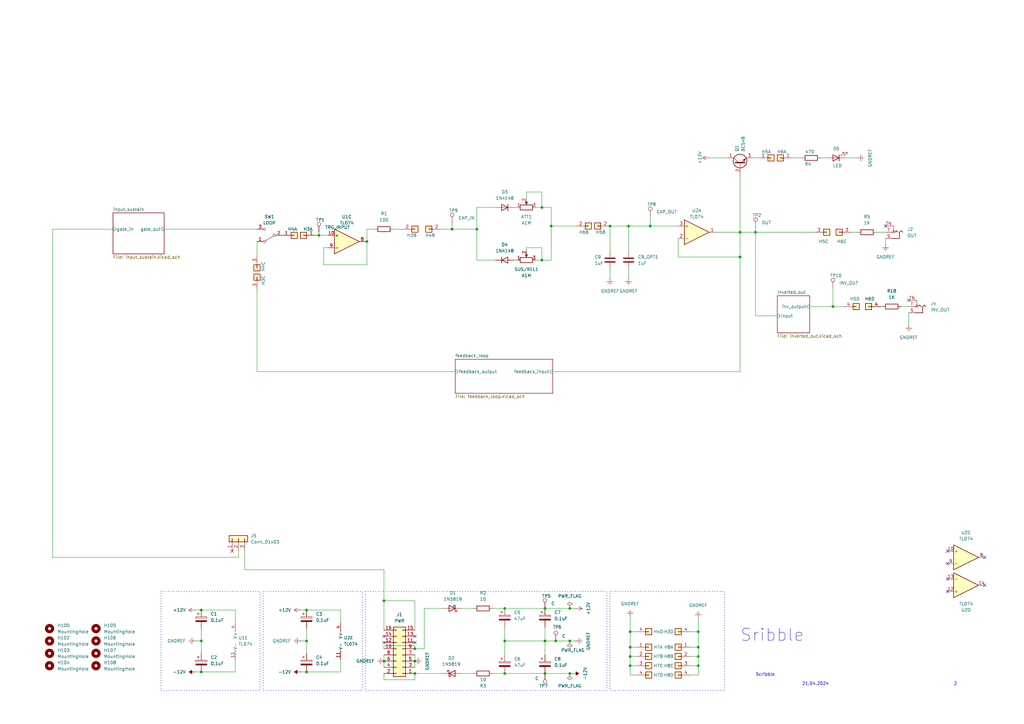
<source format=kicad_sch>
(kicad_sch (version 20231120) (generator "eeschema") (generator_version "8.0")
  (paper "A3")
  (lib_symbols
    (symbol "Amplifier_Operational:TL074" (pin_names (offset 0.127))
      (property "Reference" "U" (at 0 5.08 0))
      (property "Value" "TL074" (at 0 -5.08 0))
      (symbol "TL074_1_1"
        (pin output line (at 7.62 0 180) (length 2.54) (name "~") (number "1"))
        (pin input line (at -7.62 -2.54 0) (length 2.54) (name "-") (number "2"))
        (pin input line (at -7.62 2.54 0) (length 2.54) (name "+") (number "3"))
      )
      (symbol "TL074_2_1"
        (pin input line (at -7.62 2.54 0) (length 2.54) (name "+") (number "5"))
        (pin input line (at -7.62 -2.54 0) (length 2.54) (name "-") (number "6"))
        (pin output line (at 7.62 0 180) (length 2.54) (name "~") (number "7"))
      )
      (symbol "TL074_3_1"
        (pin input line (at -7.62 2.54 0) (length 2.54) (name "+") (number "10"))
        (pin output line (at 7.62 0 180) (length 2.54) (name "~") (number "8"))
        (pin input line (at -7.62 -2.54 0) (length 2.54) (name "-") (number "9"))
      )
      (symbol "TL074_4_1"
        (pin input line (at -7.62 2.54 0) (length 2.54) (name "+") (number "12"))
        (pin input line (at -7.62 -2.54 0) (length 2.54) (name "-") (number "13"))
        (pin output line (at 7.62 0 180) (length 2.54) (name "~") (number "14"))
      )
      (symbol "TL074_5_1"
        (pin power_in line (at -2.54 -7.62 90) (length 3.81) (name "V-") (number "11"))
        (pin power_in line (at -2.54 7.62 270) (length 3.81) (name "V+") (number "4"))
      )
    )
    (symbol "Connector:TestPoint" (pin_numbers hide) (pin_names (offset 0.762) hide)
      (property "Reference" "TP" (at 0 6.858 0))
      (property "Value" "TestPoint" (at 0 5.08 0))
      (symbol "TestPoint_1_1"
        (pin passive line (at 0 0 90) (length 2.54) (name "1") (number "1"))
      )
    )
    (symbol "Connector_Generic:Conn_01x03" (pin_names (offset 1.016) hide)
      (property "Reference" "J" (at 0 5.08 0))
      (property "Value" "Conn_01x03" (at 0 -5.08 0))
      (symbol "Conn_01x03_1_1"
        (pin passive line (at -5.08 2.54 0) (length 3.81) (name "Pin_1") (number "1"))
        (pin passive line (at -5.08 0 0) (length 3.81) (name "Pin_2") (number "2"))
        (pin passive line (at -5.08 -2.54 0) (length 3.81) (name "Pin_3") (number "3"))
      )
    )
    (symbol "Device:C_Polarized" (pin_numbers hide) (pin_names (offset 0.254))
      (property "Reference" "C" (at 0.635 2.54 0))
      (property "Value" "C_Polarized" (at 0.635 -2.54 0))
      (symbol "C_Polarized_1_1"
        (pin passive line (at 0 3.81 270) (length 2.794) (name "~") (number "1"))
        (pin passive line (at 0 -3.81 90) (length 2.794) (name "~") (number "2"))
      )
    )
    (symbol "Device:LED" (pin_numbers hide) (pin_names (offset 1.016) hide)
      (property "Reference" "D" (at 0 2.54 0))
      (property "Value" "LED" (at 0 -2.54 0))
      (symbol "LED_1_1"
        (pin passive line (at -3.81 0 0) (length 2.54) (name "K") (number "1"))
        (pin passive line (at 3.81 0 180) (length 2.54) (name "A") (number "2"))
      )
    )
    (symbol "Mechanical:MountingHole" (pin_names (offset 1.016)) (exclude_from_sim yes) (in_bom no)
      (property "Reference" "H" (at 0 5.08 0))
      (property "Value" "MountingHole" (at 0 3.175 0))
    )
    (symbol "Transistor_BJT:BC548" (pin_names (offset 0) hide)
      (property "Reference" "Q" (at 5.08 1.905 0))
      (property "Value" "BC548" (at 5.08 0 0))
      (symbol "BC548_1_1"
        (pin passive line (at 2.54 5.08 270) (length 2.54) (name "C") (number "1"))
        (pin input line (at -5.08 0 0) (length 5.08) (name "B") (number "2"))
        (pin passive line (at 2.54 -5.08 90) (length 2.54) (name "E") (number "3"))
      )
    )
    (symbol "power:+12V" (power) (pin_numbers hide) (pin_names (offset 0) hide)
      (property "Value" "+12V" (at 0 3.556 0))
      (symbol "+12V_1_1"
        (pin power_in line (at 0 0 90) (length 0) (name "~") (number "1"))
      )
    )
    (symbol "power:-12V" (power) (pin_numbers hide) (pin_names (offset 0) hide)
      (property "Value" "-12V" (at 0 3.556 0))
      (symbol "-12V_0_0"
        (pin power_in line (at 0 0 90) (length 0) (name "~") (number "1"))
      )
    )
    (symbol "power:GNDREF" (power) (pin_numbers hide) (pin_names (offset 0) hide)
      (property "Value" "GNDREF" (at 0 -3.81 0))
      (symbol "GNDREF_1_1"
        (pin power_in line (at 0 0 270) (length 0) (name "~") (number "1"))
      )
    )
    (symbol "power:PWR_FLAG" (power) (pin_numbers hide) (pin_names (offset 0) hide)
      (property "Value" "PWR_FLAG" (at 0 3.81 0))
      (symbol "PWR_FLAG_0_0"
        (pin power_out line (at 0 0 90) (length 0) (name "~") (number "1"))
      )
    )
    (symbol "synth:AudioJack_Mono_3.5mm"
      (property "Reference" "J" (at 0 8.89 0))
      (property "Value" "AudioJack_Mono_3.5mm" (at 0 6.35 0))
      (symbol "AudioJack_Mono_3.5mm_1_1"
        (pin passive line (at 5.08 2.54 180) (length 2.54) (name "~") (number "S"))
        (pin passive line (at 5.08 0 180) (length 2.54) (name "~") (number "T"))
        (pin passive line (at 5.08 -2.54 180) (length 2.54) (name "~") (number "TN"))
      )
    )
    (symbol "synth:C_1uF (MKS)" (pin_numbers hide) (pin_names (offset 0.254))
      (property "Reference" "C" (at 3.048 1.016 0))
      (property "Value" "C_1uF (MKS)" (at 3.048 -1.016 0))
      (symbol "C_1uF (MKS)_1_1"
        (pin passive line (at 0 3.81 270) (length 2.794) (name "~") (number "1"))
        (pin passive line (at 0 -3.81 90) (length 2.794) (name "~") (number "2"))
      )
    )
    (symbol "synth:Conn_02x08_EuroRack_Power" (pin_names (offset 1.016) hide)
      (property "Reference" "J3" (at 1.27 -17.526 0))
      (property "Value" "PWR" (at 1.27 -13.97 0))
      (symbol "Conn_02x08_EuroRack_Power_1_1"
        (pin passive line (at -5.08 7.62 0) (length 3.81) (name "-12V") (number "1"))
        (pin passive line (at 7.62 -2.54 180) (length 3.81) (name "+12V") (number "10"))
        (pin passive line (at -5.08 -5.08 0) (length 3.81) (name "+5V") (number "11"))
        (pin passive line (at 7.62 -5.08 180) (length 3.81) (name "+5V") (number "12"))
        (pin passive line (at -5.08 -7.62 0) (length 3.81) (name "CV") (number "13"))
        (pin passive line (at 7.62 -7.62 180) (length 3.81) (name "CV") (number "14"))
        (pin passive line (at -5.08 -10.16 0) (length 3.81) (name "GATE") (number "15"))
        (pin passive line (at 7.62 -10.16 180) (length 3.81) (name "GATE") (number "16"))
        (pin passive line (at 7.62 7.62 180) (length 3.81) (name "-12V") (number "2"))
        (pin passive line (at -5.08 5.08 0) (length 3.81) (name "GND") (number "3"))
        (pin passive line (at 7.62 5.08 180) (length 3.81) (name "GND") (number "4"))
        (pin passive line (at -5.08 2.54 0) (length 3.81) (name "GND") (number "5"))
        (pin passive line (at 7.62 2.54 180) (length 3.81) (name "GND") (number "6"))
        (pin passive line (at -5.08 0 0) (length 3.81) (name "GND") (number "7"))
        (pin passive line (at 7.62 0 180) (length 3.81) (name "GND") (number "8"))
        (pin passive line (at -5.08 -2.54 0) (length 3.81) (name "+12V") (number "9"))
      )
    )
    (symbol "synth:D_Schottky (1N5819)" (pin_numbers hide) (pin_names (offset 1.016) hide)
      (property "Reference" "D" (at 0 2.54 0))
      (property "Value" "1N5819" (at 0 -2.54 0))
      (symbol "D_Schottky (1N5819)_1_1"
        (pin passive line (at -3.81 0 0) (length 2.54) (name "K") (number "1"))
        (pin passive line (at 3.81 0 180) (length 2.54) (name "A") (number "2"))
      )
    )
    (symbol "synth:D_Signal (1N4148)" (pin_numbers hide) (pin_names hide)
      (property "Reference" "D" (at 0 2.54 0))
      (property "Value" "1N4148" (at 0 -2.54 0))
      (symbol "D_Signal (1N4148)_1_1"
        (pin passive line (at -3.81 0 0) (length 2.54) (name "K") (number "1"))
        (pin passive line (at 3.81 0 180) (length 2.54) (name "A") (number "2"))
      )
    )
    (symbol "synth:PinHeader_01x04" (pin_names (offset 1.016) hide)
      (property "Reference" "J" (at 0 2.54 0))
      (property "Value" "PinHeader_01x04" (at 0 -2.54 0))
      (symbol "PinHeader_01x04_1_1"
        (pin passive line (at -5.08 0 0) (length 3.81) (name "Pin_1") (number "1"))
      )
      (symbol "PinHeader_01x04_2_1"
        (pin passive line (at -5.08 0 0) (length 3.81) (name "Pin_2") (number "2"))
      )
      (symbol "PinHeader_01x04_3_1"
        (pin passive line (at -5.08 0 0) (length 3.81) (name "Pin_3") (number "3"))
      )
      (symbol "PinHeader_01x04_4_1"
        (pin passive line (at -5.08 0 0) (length 3.81) (name "Pin_4") (number "4"))
      )
    )
    (symbol "synth:PinSocket_01x04" (pin_names (offset 1.016) hide)
      (property "Reference" "J" (at 0 2.54 0))
      (property "Value" "PinSocket_01x04" (at 0 -2.54 0))
      (symbol "PinSocket_01x04_1_1"
        (pin passive line (at -5.08 0 0) (length 3.81) (name "Pin_1") (number "1"))
      )
      (symbol "PinSocket_01x04_2_1"
        (pin passive line (at -5.08 0 0) (length 3.81) (name "Pin_2") (number "2"))
      )
      (symbol "PinSocket_01x04_3_1"
        (pin passive line (at -5.08 0 0) (length 3.81) (name "Pin_3") (number "3"))
      )
      (symbol "PinSocket_01x04_4_1"
        (pin passive line (at -5.08 0 0) (length 3.81) (name "Pin_4") (number "4"))
      )
    )
    (symbol "synth:R_Default" (pin_numbers hide) (pin_names (offset 0))
      (property "Reference" "R" (at -2.032 0 90))
      (property "Value" "R1" (at 2.032 0 90))
      (symbol "R_Default_1_1"
        (pin passive line (at 0 -3.81 90) (length 1.27) (name "~") (number "1"))
        (pin passive line (at 0 3.81 270) (length 1.27) (name "~") (number "2"))
      )
    )
    (symbol "synth:R_Potentiometer (P0915N)" (pin_names (offset 1.016) hide)
      (property "Reference" "RV" (at -4.445 0 90))
      (property "Value" "R_Potentiometer" (at -2.54 0 90))
      (symbol "R_Potentiometer (P0915N)_1_1"
        (pin passive line (at 0 3.81 270) (length 1.27) (name "1") (number "1"))
        (pin passive line (at 3.81 0 180) (length 1.27) (name "2") (number "2"))
        (pin passive line (at 0 -3.81 90) (length 1.27) (name "3") (number "3"))
      )
    )
    (symbol "synth:SW_SPDT" (pin_names (offset 0) hide)
      (property "Reference" "SW" (at 0 5.08 0))
      (property "Value" "SW_SPDT" (at 0 -5.08 0))
      (symbol "SW_SPDT_1_1"
        (pin passive line (at 5.08 2.54 180) (length 2.54) (name "A") (number "1"))
        (pin passive line (at -5.08 0 0) (length 2.54) (name "B") (number "2"))
        (pin passive line (at 5.08 -2.54 180) (length 2.54) (name "C") (number "3"))
      )
    )
  )
  (junction (at 130.81 96.52))
  (junction (at 286.385 273.05))
  (junction (at 82.55 262.89))
  (junction (at 258.445 259.08))
  (junction (at 257.81 92.71))
  (junction (at 250.19 92.71))
  (junction (at 125.73 262.89))
  (junction (at 207.01 262.89))
  (junction (at 195.58 93.98))
  (junction (at 233.68 276.225))
  (junction (at 82.55 275.59))
  (junction (at 223.52 262.89))
  (junction (at 157.48 271.145))
  (junction (at 233.68 249.555))
  (junction (at 223.52 249.555))
  (junction (at 170.18 276.225))
  (junction (at 185.42 93.98))
  (junction (at 258.445 265.43))
  (junction (at 286.385 265.43))
  (junction (at 258.445 273.05))
  (junction (at 157.48 246.38))
  (junction (at 258.445 269.24))
  (junction (at 170.18 266.065))
  (junction (at 266.7 92.71))
  (junction (at 207.01 249.555))
  (junction (at 170.18 271.145))
  (junction (at 125.73 275.59))
  (junction (at 286.385 259.08))
  (junction (at 82.55 250.19))
  (junction (at 303.53 95.25))
  (junction (at 227.965 262.89))
  (junction (at 226.06 92.71))
  (junction (at 309.88 95.25))
  (junction (at 207.01 276.225))
  (junction (at 341.63 125.73))
  (junction (at 233.68 262.89))
  (junction (at 286.385 269.24))
  (junction (at 150.495 99.06))
  (junction (at 222.25 85.09))
  (junction (at 222.25 106.68))
  (junction (at 223.52 276.225))
  (junction (at 303.53 105.41))
  (junction (at 125.73 250.19))
  (no_connect (at 403.86 228.6))
  (no_connect (at 157.48 260.985))
  (no_connect (at 157.48 263.525))
  (no_connect (at 170.18 260.985))
  (no_connect (at 403.86 240.03))
  (no_connect (at 363.22 92.71))
  (no_connect (at 388.62 231.14))
  (no_connect (at 95.25 226.06))
  (no_connect (at 388.62 226.06))
  (no_connect (at 372.745 123.19))
  (no_connect (at 388.62 237.49))
  (no_connect (at 170.18 263.525))
  (no_connect (at 388.62 242.57))
  (wire (pts (xy 139.7 270.51) (xy 139.7 275.59)))
  (wire (pts (xy 195.58 106.68) (xy 195.58 93.98)))
  (wire (pts (xy 170.18 278.765) (xy 170.18 276.225)))
  (wire (pts (xy 132.715 108.585) (xy 150.495 108.585)))
  (wire (pts (xy 105.41 118.745) (xy 105.41 152.4)))
  (wire (pts (xy 257.81 110.49) (xy 257.81 114.3)))
  (wire (pts (xy 96.52 250.19) (xy 96.52 255.27)))
  (wire (pts (xy 341.63 125.73) (xy 346.075 125.73)))
  (wire (pts (xy 82.55 257.81) (xy 82.55 262.89)))
  (wire (pts (xy 185.42 93.98) (xy 195.58 93.98)))
  (wire (pts (xy 123.19 275.59) (xy 125.73 275.59)))
  (wire (pts (xy 173.99 249.555) (xy 181.61 249.555)))
  (wire (pts (xy 130.81 96.52) (xy 129.54 96.52)))
  (wire (pts (xy 46.355 93.98) (xy 21.59 93.98)))
  (wire (pts (xy 278.13 105.41) (xy 303.53 105.41)))
  (wire (pts (xy 309.88 95.25) (xy 309.88 129.54)))
  (wire (pts (xy 286.385 269.24) (xy 283.21 269.24)))
  (wire (pts (xy 258.445 259.08) (xy 258.445 265.43)))
  (wire (pts (xy 222.25 106.68) (xy 219.71 106.68)))
  (wire (pts (xy 266.7 92.71) (xy 278.13 92.71)))
  (wire (pts (xy 226.06 106.68) (xy 222.25 106.68)))
  (wire (pts (xy 286.385 259.08) (xy 283.21 259.08)))
  (wire (pts (xy 258.445 269.24) (xy 260.985 269.24)))
  (wire (pts (xy 170.18 264.795) (xy 157.48 264.795)))
  (wire (pts (xy 170.18 266.065) (xy 170.18 264.795)))
  (wire (pts (xy 132.715 101.6) (xy 134.62 101.6)))
  (wire (pts (xy 332.105 125.73) (xy 341.63 125.73)))
  (wire (pts (xy 170.18 268.605) (xy 170.18 271.145)))
  (wire (pts (xy 219.71 85.09) (xy 222.25 85.09)))
  (wire (pts (xy 250.19 110.49) (xy 250.19 114.3)))
  (wire (pts (xy 293.37 95.25) (xy 303.53 95.25)))
  (wire (pts (xy 130.81 96.52) (xy 130.81 95.25)))
  (wire (pts (xy 290.83 64.77) (xy 298.45 64.77)))
  (wire (pts (xy 325.12 64.77) (xy 328.93 64.77)))
  (wire (pts (xy 215.9 78.74) (xy 222.25 78.74)))
  (wire (pts (xy 132.715 101.6) (xy 132.715 108.585)))
  (wire (pts (xy 125.73 257.81) (xy 125.73 262.89)))
  (wire (pts (xy 125.73 262.89) (xy 125.73 267.97)))
  (wire (pts (xy 258.445 252.73) (xy 258.445 259.08)))
  (wire (pts (xy 309.88 95.25) (xy 334.01 95.25)))
  (wire (pts (xy 21.59 93.98) (xy 21.59 228.6)))
  (wire (pts (xy 223.52 249.555) (xy 233.68 249.555)))
  (wire (pts (xy 195.58 106.68) (xy 203.2 106.68)))
  (wire (pts (xy 351.79 64.77) (xy 346.71 64.77)))
  (wire (pts (xy 303.53 95.25) (xy 303.53 105.41)))
  (wire (pts (xy 82.55 262.89) (xy 82.55 267.97)))
  (wire (pts (xy 341.63 118.11) (xy 341.63 125.73)))
  (wire (pts (xy 223.52 262.89) (xy 227.965 262.89)))
  (wire (pts (xy 157.48 276.225) (xy 157.48 278.765)))
  (wire (pts (xy 309.88 129.54) (xy 318.77 129.54)))
  (wire (pts (xy 105.41 99.06) (xy 105.41 104.775)))
  (wire (pts (xy 150.495 99.06) (xy 150.495 93.98)))
  (wire (pts (xy 215.9 101.6) (xy 215.9 102.87)))
  (wire (pts (xy 130.81 96.52) (xy 134.62 96.52)))
  (wire (pts (xy 161.29 93.98) (xy 165.1 93.98)))
  (wire (pts (xy 258.445 269.24) (xy 258.445 273.05)))
  (wire (pts (xy 189.23 276.225) (xy 194.31 276.225)))
  (wire (pts (xy 170.18 271.145) (xy 170.18 273.685)))
  (wire (pts (xy 363.22 97.79) (xy 363.22 100.33)))
  (wire (pts (xy 139.7 250.19) (xy 139.7 255.27)))
  (wire (pts (xy 207.01 257.175) (xy 207.01 262.89)))
  (wire (pts (xy 258.445 273.05) (xy 258.445 276.86)))
  (wire (pts (xy 149.86 99.06) (xy 150.495 99.06)))
  (wire (pts (xy 125.73 262.89) (xy 123.19 262.89)))
  (wire (pts (xy 150.495 93.98) (xy 153.67 93.98)))
  (wire (pts (xy 286.385 276.86) (xy 283.21 276.86)))
  (wire (pts (xy 233.68 276.225) (xy 234.95 276.225)))
  (wire (pts (xy 226.695 152.4) (xy 303.53 152.4)))
  (wire (pts (xy 82.55 262.89) (xy 80.01 262.89)))
  (wire (pts (xy 215.9 78.74) (xy 215.9 81.28)))
  (wire (pts (xy 100.33 233.68) (xy 157.48 233.68)))
  (wire (pts (xy 125.73 275.59) (xy 139.7 275.59)))
  (wire (pts (xy 207.01 249.555) (xy 223.52 249.555)))
  (wire (pts (xy 157.48 268.605) (xy 157.48 271.145)))
  (wire (pts (xy 82.55 250.19) (xy 96.52 250.19)))
  (wire (pts (xy 286.385 253.365) (xy 286.385 259.08)))
  (wire (pts (xy 286.385 269.24) (xy 286.385 273.05)))
  (wire (pts (xy 185.42 91.44) (xy 185.42 93.98)))
  (wire (pts (xy 309.88 93.345) (xy 309.88 95.25)))
  (wire (pts (xy 180.975 93.98) (xy 185.42 93.98)))
  (wire (pts (xy 233.68 262.89) (xy 236.22 262.89)))
  (wire (pts (xy 226.06 92.71) (xy 226.06 106.68)))
  (wire (pts (xy 21.59 228.6) (xy 97.79 228.6)))
  (wire (pts (xy 227.965 262.89) (xy 233.68 262.89)))
  (wire (pts (xy 372.745 128.27) (xy 372.745 133.35)))
  (wire (pts (xy 80.01 275.59) (xy 82.55 275.59)))
  (wire (pts (xy 236.22 92.71) (xy 226.06 92.71)))
  (wire (pts (xy 369.57 125.73) (xy 372.745 125.73)))
  (wire (pts (xy 226.06 85.09) (xy 226.06 92.71)))
  (wire (pts (xy 173.99 249.555) (xy 173.99 266.065)))
  (wire (pts (xy 361.315 125.73) (xy 361.95 125.73)))
  (wire (pts (xy 195.58 85.09) (xy 203.2 85.09)))
  (wire (pts (xy 100.33 226.06) (xy 100.33 233.68)))
  (wire (pts (xy 349.25 95.25) (xy 351.79 95.25)))
  (wire (pts (xy 210.82 106.68) (xy 212.09 106.68)))
  (wire (pts (xy 210.82 85.09) (xy 212.09 85.09)))
  (wire (pts (xy 215.9 101.6) (xy 222.25 101.6)))
  (wire (pts (xy 170.18 276.225) (xy 181.61 276.225)))
  (wire (pts (xy 201.93 276.225) (xy 207.01 276.225)))
  (wire (pts (xy 258.445 276.86) (xy 260.985 276.86)))
  (wire (pts (xy 286.385 265.43) (xy 283.21 265.43)))
  (wire (pts (xy 222.25 101.6) (xy 222.25 106.68)))
  (wire (pts (xy 201.93 249.555) (xy 207.01 249.555)))
  (wire (pts (xy 207.01 276.225) (xy 223.52 276.225)))
  (wire (pts (xy 222.25 78.74) (xy 222.25 85.09)))
  (wire (pts (xy 97.79 228.6) (xy 97.79 226.06)))
  (wire (pts (xy 283.21 273.05) (xy 286.385 273.05)))
  (wire (pts (xy 223.52 276.225) (xy 233.68 276.225)))
  (wire (pts (xy 233.68 249.555) (xy 236.22 249.555)))
  (wire (pts (xy 157.48 271.145) (xy 157.48 273.685)))
  (wire (pts (xy 105.41 152.4) (xy 186.69 152.4)))
  (wire (pts (xy 157.48 278.765) (xy 170.18 278.765)))
  (wire (pts (xy 123.19 250.19) (xy 125.73 250.19)))
  (wire (pts (xy 82.55 275.59) (xy 96.52 275.59)))
  (wire (pts (xy 278.13 97.79) (xy 278.13 105.41)))
  (wire (pts (xy 170.18 258.445) (xy 170.18 246.38)))
  (wire (pts (xy 207.01 262.89) (xy 223.52 262.89)))
  (wire (pts (xy 189.23 249.555) (xy 194.31 249.555)))
  (wire (pts (xy 195.58 85.09) (xy 195.58 93.98)))
  (wire (pts (xy 303.53 95.25) (xy 309.88 95.25)))
  (wire (pts (xy 96.52 270.51) (xy 96.52 275.59)))
  (wire (pts (xy 157.48 246.38) (xy 170.18 246.38)))
  (wire (pts (xy 223.52 262.89) (xy 223.52 268.605)))
  (wire (pts (xy 173.99 266.065) (xy 170.18 266.065)))
  (wire (pts (xy 286.385 265.43) (xy 286.385 269.24)))
  (wire (pts (xy 258.445 265.43) (xy 260.985 265.43)))
  (wire (pts (xy 125.73 250.19) (xy 139.7 250.19)))
  (wire (pts (xy 223.52 257.175) (xy 223.52 262.89)))
  (wire (pts (xy 286.385 259.08) (xy 286.385 265.43)))
  (wire (pts (xy 250.19 92.71) (xy 257.81 92.71)))
  (wire (pts (xy 257.81 92.71) (xy 266.7 92.71)))
  (wire (pts (xy 258.445 259.08) (xy 260.985 259.08)))
  (wire (pts (xy 157.48 246.38) (xy 157.48 258.445)))
  (wire (pts (xy 67.31 93.98) (xy 105.41 93.98)))
  (wire (pts (xy 80.01 250.19) (xy 82.55 250.19)))
  (wire (pts (xy 250.19 92.71) (xy 250.19 102.87)))
  (wire (pts (xy 150.495 108.585) (xy 150.495 99.06)))
  (wire (pts (xy 222.25 85.09) (xy 226.06 85.09)))
  (wire (pts (xy 258.445 273.05) (xy 260.985 273.05)))
  (wire (pts (xy 258.445 265.43) (xy 258.445 269.24)))
  (wire (pts (xy 303.53 72.39) (xy 303.53 95.25)))
  (wire (pts (xy 157.48 233.68) (xy 157.48 246.38)))
  (wire (pts (xy 157.48 264.795) (xy 157.48 266.065)))
  (wire (pts (xy 359.41 95.25) (xy 363.22 95.25)))
  (wire (pts (xy 266.7 88.9) (xy 266.7 92.71)))
  (wire (pts (xy 286.385 273.05) (xy 286.385 276.86)))
  (wire (pts (xy 339.09 64.77) (xy 336.55 64.77)))
  (wire (pts (xy 308.61 64.77) (xy 311.15 64.77)))
  (wire (pts (xy 207.01 262.89) (xy 207.01 268.605)))
  (wire (pts (xy 303.53 105.41) (xy 303.53 152.4)))
  (wire (pts (xy 257.81 92.71) (xy 257.81 102.87)))
  (rectangle (start 66.04 242.57) (end 106.68 283.21) (stroke (width 0.25) (type dot)))
  (rectangle (start 250.19 242.57) (end 297.18 283.21) (stroke (width 0.25) (type dot)))
  (rectangle (start 149.86 242.57) (end 248.92 283.21) (stroke (width 0.25) (type dot)))
  (rectangle (start 107.95 242.57) (end 148.59 283.21) (stroke (width 0.25) (type dot)))
  (text "Scribble" (at 309.88 277.495 0) (effects (font (size 1.27 1.27)) (justify left bottom)))
  (text "21.04.2024" (at 328.93 281.305 0) (effects (font (size 1.27 1.27)) (justify left bottom)))
  (text "Sribble" (at 303.53 263.525 0) (effects (font (size 5 5)) (justify left bottom)))
  (text "2" (at 391.16 281.305 0) (effects (font (size 1.27 1.27)) (justify left bottom)))
  (symbol (lib_id "Connector:TestPoint") (at 309.88 93.345 0) (unit 1)
    (property "Reference" "TP2" (at 308.61 88.265 0) (effects (justify left)))
    (property "Value" "OUT" (at 312.42 91.313 0) (effects (justify left)))
    (property "Footprint" "Connector_Pin:Pin_D1.0mm_L10.0mm" (effects (hide yes)))
    (property "Description" "test point" (effects (hide yes)))
  )
  (symbol (lib_id "power:+12V") (at 80.01 250.19 90) (unit 1)
    (property "Reference" "#PWR01" (effects (hide yes)))
    (property "Value" "+12V" (at 76.2 250.19 90) (effects (justify left)))
    (property "Description" "Power symbol creates a global label with name \"+12V\"" (effects (hide yes)))
  )
  (symbol (lib_id "Mechanical:MountingHole") (at 39.37 273.05 0) (unit 1)
    (property "Reference" "H108" (at 42.545 271.78 0) (effects (justify left)))
    (property "Value" "MountingHole" (at 42.545 274.32 0) (effects (justify left)))
    (property "Footprint" "MountingHole:MountingHole_3.2mm_M3" (effects (hide yes)))
    (property "Description" "Mounting Hole without connection" (effects (hide yes)))
  )
  (symbol (lib_id "Connector:TestPoint") (at 227.965 262.89 0) (unit 1)
    (property "Reference" "TP6" (at 226.695 257.175 0) (effects (justify left)))
    (property "Value" "C" (at 230.505 260.858 0) (effects (justify left)))
    (property "Footprint" "Connector_Pin:Pin_D1.0mm_L10.0mm" (effects (hide yes)))
    (property "Description" "test point" (effects (hide yes)))
  )
  (symbol (lib_id "synth:R_Potentiometer (P0915N)") (at 215.9 85.09 90) (unit 1)
    (property "Reference" "ATT1" (at 215.9 88.9 90))
    (property "Value" "A1M" (at 215.9 91.44 90))
    (property "Footprint" "Synth:Potentiometer_TT_P0915N" (effects (hide yes)))
    (property "Description" "Potentiometer" (effects (hide yes)))
  )
  (symbol (lib_id "synth:R_Potentiometer (P0915N)") (at 215.9 106.68 90) (unit 1)
    (property "Reference" "SUS/REL1" (at 215.9 110.49 90))
    (property "Value" "A1M" (at 215.9 113.03 90))
    (property "Footprint" "Synth:Potentiometer_TT_P0915N" (effects (hide yes)))
    (property "Description" "Potentiometer" (effects (hide yes)))
  )
  (symbol (lib_id "synth:R_Default") (at 355.6 95.25 270) (mirror x) (unit 1)
    (property "Reference" "R5" (at 355.6 88.9 90))
    (property "Value" "1K" (at 355.6 91.44 90))
    (property "Footprint" "Synth:R_Default (DIN0207)" (effects (hide yes)))
    (property "Description" "Resistor" (effects (hide yes)))
  )
  (symbol (lib_id "power:-12V") (at 234.95 276.225 270) (unit 1)
    (property "Reference" "#PWR09" (effects (hide yes)))
    (property "Value" "-12V" (at 240.03 276.225 0))
    (property "Description" "Power symbol creates a global label with name \"-12V\"" (effects (hide yes)))
  )
  (symbol (lib_id "synth:PinSocket_01x04") (at 245.11 92.71 180) (unit 2)
    (property "Reference" "H5" (at 246.38 95.25 0))
    (property "Value" "BTM_OUT" (effects (hide yes)))
    (property "Footprint" "Synth:PinSocket_1x04_P2.54mm_Vertical" (effects (hide yes)))
    (property "Description" "Generic connector, single row, 01x01, script generated (kicad-library-utils/schlib/autogen/connector/)" (effects (hide yes)))
  )
  (symbol (lib_id "Amplifier_Operational:TL074") (at 99.06 262.89 0) (unit 5)
    (property "Reference" "U1" (at 97.79 261.62 0) (effects (justify left)))
    (property "Value" "TL074" (at 97.79 264.16 0) (effects (justify left)))
    (property "Footprint" "Package_DIP:DIP-14_W7.62mm_Socket_LongPads" (effects (hide yes)))
    (property "Datasheet" "http://www.ti.com/lit/ds/symlink/tl071.pdf" (effects (hide yes)))
    (property "Description" "Quad Low-Noise JFET-Input Operational Amplifiers, DIP-14/SOIC-14" (effects (hide yes)))
  )
  (symbol (lib_id "Device:C_Polarized") (at 125.73 271.78 0) (unit 1)
    (property "Reference" "C4" (at 129.54 269.621 0) (effects (justify left)))
    (property "Value" "0.1uF" (at 129.54 272.161 0) (effects (justify left)))
    (property "Footprint" "Capacitor_THT:CP_Radial_D4.0mm_P2.00mm" (effects (hide yes)))
    (property "Description" "Polarized capacitor" (effects (hide yes)))
  )
  (symbol (lib_id "synth:PinSocket_01x04") (at 339.09 95.25 0) (unit 3)
    (property "Reference" "H5" (at 337.82 99.06 0))
    (property "Value" "BTM_OUT" (effects (hide yes)))
    (property "Footprint" "Synth:PinSocket_1x04_P2.54mm_Vertical" (effects (hide yes)))
    (property "Description" "Generic connector, single row, 01x01, script generated (kicad-library-utils/schlib/autogen/connector/)" (effects (hide yes)))
  )
  (symbol (lib_id "synth:C_1uF (MKS)") (at 257.81 106.68 0) (unit 1)
    (property "Reference" "C9_OPT1" (at 261.62 105.4099 0) (effects (justify left)))
    (property "Value" "1uF" (at 261.62 107.9499 0) (effects (justify left)))
    (property "Footprint" "Synth:C_RECT_MKT_1uF" (effects (hide yes)))
    (property "Description" "Unpolarized capacitor" (effects (hide yes)))
  )
  (symbol (lib_id "synth:PinHeader_01x04") (at 266.065 269.24 0) (unit 2)
    (property "Reference" "H7" (at 267.97 269.24 0) (effects (justify left)))
    (property "Value" "TOP_PWR" (effects (hide yes)))
    (property "Footprint" "Synth:PinHeader_1x04_P2.54mm_Vertical" (effects (hide yes)))
    (property "Description" "Generic connector, single row, 01x01, script generated (kicad-library-utils/schlib/autogen/connector/)" (effects (hide yes)))
  )
  (symbol (lib_id "power:GNDREF") (at 80.01 262.89 270) (unit 1)
    (property "Reference" "#PWR02" (effects (hide yes)))
    (property "Value" "GNDREF" (at 76.2 262.89 90) (effects (justify right)))
    (property "Description" "Power symbol creates a global label with name \"GNDREF\" , reference supply ground" (effects (hide yes)))
  )
  (symbol (lib_id "synth:PinHeader_01x04") (at 175.895 93.98 180) (unit 2)
    (property "Reference" "H4" (at 178.435 96.52 0) (effects (justify left)))
    (property "Value" "TOP_SW" (effects (hide yes)))
    (property "Footprint" "Synth:PinHeader_1x04_P2.54mm_Vertical" (effects (hide yes)))
    (property "Description" "Generic connector, single row, 01x01, script generated (kicad-library-utils/schlib/autogen/connector/)" (effects (hide yes)))
  )
  (symbol (lib_id "synth:D_Schottky (1N5819)") (at 185.42 276.225 0) (unit 1)
    (property "Reference" "D2" (at 185.1025 269.875 0))
    (property "Value" "1N5819" (at 185.1025 272.415 0))
    (property "Footprint" "Synth:D_DO-41_SOD81_P10.16mm_Horizontal" (effects (hide yes)))
    (property "Datasheet" "http://www.vishay.com/docs/88525/1n5817.pdf" (effects (hide yes)))
    (property "Description" "40V 1A Schottky Barrier Rectifier Diode, DO-41" (effects (hide yes)))
  )
  (symbol (lib_id "synth:PinSocket_01x04") (at 278.13 269.24 180) (unit 2)
    (property "Reference" "H8" (at 274.32 269.24 0))
    (property "Value" "BTM_PWR" (effects (hide yes)))
    (property "Footprint" "Synth:PinSocket_1x04_P2.54mm_Vertical" (effects (hide yes)))
    (property "Description" "Generic connector, single row, 01x01, script generated (kicad-library-utils/schlib/autogen/connector/)" (effects (hide yes)))
  )
  (symbol (lib_id "Mechanical:MountingHole") (at 20.32 267.97 0) (unit 1)
    (property "Reference" "H103" (at 23.495 266.7 0) (effects (justify left)))
    (property "Value" "MountingHole" (at 23.495 269.24 0) (effects (justify left)))
    (property "Footprint" "MountingHole:MountingHole_3.2mm_M3" (effects (hide yes)))
    (property "Description" "Mounting Hole without connection" (effects (hide yes)))
  )
  (symbol (lib_id "Device:LED") (at 342.9 64.77 180) (unit 1)
    (property "Reference" "D5" (at 341.63 60.96 0) (effects (justify right)))
    (property "Value" "LED" (at 341.63 67.945 0) (effects (justify right)))
    (property "Footprint" "LED_THT:LED_D3.0mm" (effects (hide yes)))
    (property "Description" "Light emitting diode" (effects (hide yes)))
  )
  (symbol (lib_id "synth:R_Default") (at 198.12 276.225 90) (unit 1)
    (property "Reference" "R3" (at 198.12 281.305 90))
    (property "Value" "10" (at 198.12 278.765 90))
    (property "Footprint" "Synth:R_Default (DIN0207)" (effects (hide yes)))
    (property "Description" "Resistor" (effects (hide yes)))
  )
  (symbol (lib_id "power:PWR_FLAG") (at 233.68 249.555 0) (unit 1)
    (property "Reference" "#FLG01" (effects (hide yes)))
    (property "Value" "PWR_FLAG" (at 233.68 244.475 0))
    (property "Description" "Special symbol for telling ERC where power comes from" (effects (hide yes)))
  )
  (symbol (lib_id "synth:AudioJack_Mono_3.5mm") (at 377.825 125.73 180) (unit 1)
    (property "Reference" "J4" (at 381.635 124.5234 0) (effects (justify right)))
    (property "Value" "INV_OUT" (at 381.635 127.0634 0) (effects (justify right)))
    (property "Footprint" "Synth:Jack_3.5mm_QingPu_WQP-PJ398SM_Vertical_CircularHoles" (effects (hide yes)))
    (property "Description" "Audio Jack, 2 Poles (Mono / TS), Switched T Pole (Normalling)" (effects (hide yes)))
  )
  (symbol (lib_id "synth:D_Schottky (1N5819)") (at 185.42 249.555 180) (unit 1)
    (property "Reference" "D1" (at 185.7375 243.205 0))
    (property "Value" "1N5819" (at 185.7375 245.745 0))
    (property "Footprint" "Synth:D_DO-41_SOD81_P10.16mm_Horizontal" (effects (hide yes)))
    (property "Datasheet" "http://www.vishay.com/docs/88525/1n5817.pdf" (effects (hide yes)))
    (property "Description" "40V 1A Schottky Barrier Rectifier Diode, DO-41" (effects (hide yes)))
  )
  (symbol (lib_id "power:+12V") (at 290.83 64.77 90) (unit 1)
    (property "Reference" "#PWR016" (effects (hide yes)))
    (property "Value" "+12V" (at 287.02 67.31 0) (effects (justify left)))
    (property "Description" "Power symbol creates a global label with name \"+12V\"" (effects (hide yes)))
  )
  (symbol (lib_id "Device:C_Polarized") (at 223.52 272.415 0) (unit 1)
    (property "Reference" "C8" (at 227.33 270.256 0) (effects (justify left)))
    (property "Value" "0.1uF" (at 227.33 272.796 0) (effects (justify left)))
    (property "Footprint" "Capacitor_THT:CP_Radial_D4.0mm_P2.00mm" (effects (hide yes)))
    (property "Description" "Polarized capacitor" (effects (hide yes)))
  )
  (symbol (lib_id "synth:PinHeader_01x04") (at 241.3 92.71 0) (unit 2)
    (property "Reference" "H6" (at 237.49 95.25 0) (effects (justify left)))
    (property "Value" "TOP_OUT" (effects (hide yes)))
    (property "Footprint" "Synth:PinHeader_1x04_P2.54mm_Vertical" (effects (hide yes)))
    (property "Description" "Generic connector, single row, 01x01, script generated (kicad-library-utils/schlib/autogen/connector/)" (effects (hide yes)))
  )
  (symbol (lib_id "synth:D_Signal (1N4148)") (at 207.01 106.68 0) (unit 1)
    (property "Reference" "D4" (at 207.01 100.33 0))
    (property "Value" "1N4148" (at 207.01 102.87 0))
    (property "Footprint" "Synth:D_DO-35_SOD27_P7.62mm_Horizontal" (effects (hide yes)))
    (property "Datasheet" "https://assets.nexperia.com/documents/data-sheet/1N4148_1N4448.pdf" (effects (hide yes)))
    (property "Description" "100V 0.15A standard switching diode, DO-35" (effects (hide yes)))
    (property "Sim.Device" "D" (effects (hide yes)))
    (property "Sim.Pins" "1=K 2=A" (effects (hide yes)))
  )
  (symbol (lib_id "Amplifier_Operational:TL074") (at 142.24 99.06 0) (unit 3)
    (property "Reference" "U1" (at 142.24 88.9 0))
    (property "Value" "TL074" (at 142.24 91.44 0))
    (property "Footprint" "Package_DIP:DIP-14_W7.62mm_Socket_LongPads" (effects (hide yes)))
    (property "Datasheet" "http://www.ti.com/lit/ds/symlink/tl071.pdf" (effects (hide yes)))
    (property "Description" "Quad Low-Noise JFET-Input Operational Amplifiers, DIP-14/SOIC-14" (effects (hide yes)))
  )
  (symbol (lib_id "power:PWR_FLAG") (at 233.68 262.89 180) (unit 1)
    (property "Reference" "#FLG02" (effects (hide yes)))
    (property "Value" "PWR_FLAG" (at 234.95 266.7 0))
    (property "Description" "Special symbol for telling ERC where power comes from" (effects (hide yes)))
  )
  (symbol (lib_id "Device:C_Polarized") (at 207.01 272.415 0) (unit 1)
    (property "Reference" "C6" (at 210.82 270.256 0) (effects (justify left)))
    (property "Value" "47uF" (at 210.82 272.796 0) (effects (justify left)))
    (property "Footprint" "Capacitor_THT:CP_Radial_D6.3mm_P2.50mm" (effects (hide yes)))
    (property "Description" "Polarized capacitor" (effects (hide yes)))
  )
  (symbol (lib_id "power:GNDREF") (at 236.22 262.89 90) (unit 1)
    (property "Reference" "#PWR011" (effects (hide yes)))
    (property "Value" "GNDREF" (at 241.3 262.89 0))
    (property "Description" "Power symbol creates a global label with name \"GNDREF\" , reference supply ground" (effects (hide yes)))
  )
  (symbol (lib_id "Device:C_Polarized") (at 82.55 254 0) (unit 1)
    (property "Reference" "C1" (at 86.36 251.841 0) (effects (justify left)))
    (property "Value" "0.1uF" (at 86.36 254.381 0) (effects (justify left)))
    (property "Footprint" "Capacitor_THT:CP_Radial_D4.0mm_P2.00mm" (effects (hide yes)))
    (property "Description" "Polarized capacitor" (effects (hide yes)))
  )
  (symbol (lib_id "synth:PinSocket_01x04") (at 170.18 93.98 0) (unit 2)
    (property "Reference" "H3" (at 168.91 96.52 0))
    (property "Value" "BTM_SW" (effects (hide yes)))
    (property "Footprint" "Synth:PinSocket_1x04_P2.54mm_Vertical" (effects (hide yes)))
    (property "Description" "Generic connector, single row, 01x01, script generated (kicad-library-utils/schlib/autogen/connector/)" (effects (hide yes)))
  )
  (symbol (lib_id "synth:PinSocket_01x04") (at 278.13 273.05 180) (unit 3)
    (property "Reference" "H8" (at 274.32 273.05 0))
    (property "Value" "BTM_PWR" (effects (hide yes)))
    (property "Footprint" "Synth:PinSocket_1x04_P2.54mm_Vertical" (effects (hide yes)))
    (property "Description" "Generic connector, single row, 01x01, script generated (kicad-library-utils/schlib/autogen/connector/)" (effects (hide yes)))
  )
  (symbol (lib_id "synth:R_Default") (at 332.74 64.77 270) (unit 1)
    (property "Reference" "R4" (at 332.74 67.31 90) (effects (justify right)))
    (property "Value" "470" (at 334.01 62.23 90) (effects (justify right)))
    (property "Footprint" "Synth:R_Default (DIN0207)" (effects (hide yes)))
    (property "Description" "Resistor" (effects (hide yes)))
  )
  (symbol (lib_id "power:GNDREF") (at 286.385 253.365 180) (unit 1)
    (property "Reference" "#PWR015" (effects (hide yes)))
    (property "Value" "GNDREF" (at 282.575 248.285 0) (effects (justify right)))
    (property "Description" "Power symbol creates a global label with name \"GNDREF\" , reference supply ground" (effects (hide yes)))
  )
  (symbol (lib_id "power:GNDREF") (at 123.19 262.89 270) (unit 1)
    (property "Reference" "#PWR05" (effects (hide yes)))
    (property "Value" "GNDREF" (at 119.38 262.89 90) (effects (justify right)))
    (property "Description" "Power symbol creates a global label with name \"GNDREF\" , reference supply ground" (effects (hide yes)))
  )
  (symbol (lib_id "Mechanical:MountingHole") (at 39.37 257.81 0) (unit 1)
    (property "Reference" "H105" (at 42.545 256.54 0) (effects (justify left)))
    (property "Value" "MountingHole" (at 42.545 259.08 0) (effects (justify left)))
    (property "Footprint" "MountingHole:MountingHole_3.2mm_M3" (effects (hide yes)))
    (property "Description" "Mounting Hole without connection" (effects (hide yes)))
  )
  (symbol (lib_id "Device:C_Polarized") (at 207.01 253.365 0) (unit 1)
    (property "Reference" "C5" (at 210.82 251.206 0) (effects (justify left)))
    (property "Value" "47uF" (at 210.82 253.746 0) (effects (justify left)))
    (property "Footprint" "Capacitor_THT:CP_Radial_D6.3mm_P2.50mm" (effects (hide yes)))
    (property "Description" "Polarized capacitor" (effects (hide yes)))
  )
  (symbol (lib_id "Device:C_Polarized") (at 125.73 254 0) (unit 1)
    (property "Reference" "C3" (at 129.54 251.841 0) (effects (justify left)))
    (property "Value" "0.1uF" (at 129.54 254.381 0) (effects (justify left)))
    (property "Footprint" "Capacitor_THT:CP_Radial_D4.0mm_P2.00mm" (effects (hide yes)))
    (property "Description" "Polarized capacitor" (effects (hide yes)))
  )
  (symbol (lib_id "synth:PinSocket_01x04") (at 105.41 113.665 90) (unit 3)
    (property "Reference" "H3" (at 107.95 114.935 0))
    (property "Value" "BTM_SW" (effects (hide yes)))
    (property "Footprint" "Synth:PinSocket_1x04_P2.54mm_Vertical" (effects (hide yes)))
    (property "Description" "Generic connector, single row, 01x01, script generated (kicad-library-utils/schlib/autogen/connector/)" (effects (hide yes)))
  )
  (symbol (lib_id "synth:PinHeader_01x04") (at 266.065 273.05 0) (unit 3)
    (property "Reference" "H7" (at 267.97 273.05 0) (effects (justify left)))
    (property "Value" "TOP_PWR" (effects (hide yes)))
    (property "Footprint" "Synth:PinHeader_1x04_P2.54mm_Vertical" (effects (hide yes)))
    (property "Description" "Generic connector, single row, 01x01, script generated (kicad-library-utils/schlib/autogen/connector/)" (effects (hide yes)))
  )
  (symbol (lib_id "synth:R_Default") (at 365.76 125.73 90) (unit 1)
    (property "Reference" "R18" (at 365.76 119.38 90))
    (property "Value" "1K" (at 365.76 121.92 90))
    (property "Footprint" "Synth:R_Default (DIN0207)" (effects (hide yes)))
    (property "Description" "Resistor" (effects (hide yes)))
  )
  (symbol (lib_id "synth:PinSocket_01x04") (at 124.46 96.52 180) (unit 1)
    (property "Reference" "H3" (at 126.365 93.98 0))
    (property "Value" "BTM_SW" (effects (hide yes)))
    (property "Footprint" "Synth:PinSocket_1x04_P2.54mm_Vertical" (effects (hide yes)))
    (property "Description" "Generic connector, single row, 01x01, script generated (kicad-library-utils/schlib/autogen/connector/)" (effects (hide yes)))
  )
  (symbol (lib_id "synth:Conn_02x08_EuroRack_Power") (at 165.1 268.605 180) (unit 1)
    (property "Reference" "J1" (at 163.83 252.095 0))
    (property "Value" "PWR" (at 163.83 254.635 0))
    (property "Footprint" "Synth:IDC-Header_2x08_P2.54mm_Vertical" (effects (hide yes)))
  )
  (symbol (lib_id "Connector:TestPoint") (at 341.63 118.11 0) (unit 1)
    (property "Reference" "TP10" (at 340.36 113.03 0) (effects (justify left)))
    (property "Value" "INV_OUT" (at 344.17 116.078 0) (effects (justify left)))
    (property "Footprint" "Connector_Pin:Pin_D1.0mm_L10.0mm" (effects (hide yes)))
    (property "Description" "test point" (effects (hide yes)))
  )
  (symbol (lib_id "Amplifier_Operational:TL074") (at 396.24 240.03 0) (mirror x) (unit 4)
    (property "Reference" "U2" (at 396.24 250.19 0))
    (property "Value" "TL074" (at 396.24 247.65 0))
    (property "Footprint" "Package_DIP:DIP-14_W7.62mm_Socket_LongPads" (effects (hide yes)))
    (property "Datasheet" "http://www.ti.com/lit/ds/symlink/tl071.pdf" (effects (hide yes)))
    (property "Description" "Quad Low-Noise JFET-Input Operational Amplifiers, DIP-14/SOIC-14" (effects (hide yes)))
  )
  (symbol (lib_id "power:GNDREF") (at 170.18 271.145 90) (unit 1)
    (property "Reference" "#PWR08" (effects (hide yes)))
    (property "Value" "GNDREF" (at 175.26 271.145 0))
    (property "Description" "Power symbol creates a global label with name \"GNDREF\" , reference supply ground" (effects (hide yes)))
  )
  (symbol (lib_id "synth:PinSocket_01x04") (at 316.23 64.77 0) (unit 1)
    (property "Reference" "H5" (at 314.325 62.23 0))
    (property "Value" "BTM_OUT" (effects (hide yes)))
    (property "Footprint" "Synth:PinSocket_1x04_P2.54mm_Vertical" (effects (hide yes)))
    (property "Description" "Generic connector, single row, 01x01, script generated (kicad-library-utils/schlib/autogen/connector/)" (effects (hide yes)))
  )
  (symbol (lib_id "synth:AudioJack_Mono_3.5mm") (at 368.3 95.25 180) (unit 1)
    (property "Reference" "J2" (at 372.11 94.0434 0) (effects (justify right)))
    (property "Value" "OUT" (at 372.11 96.5834 0) (effects (justify right)))
    (property "Footprint" "Synth:Jack_3.5mm_QingPu_WQP-PJ398SM_Vertical_CircularHoles" (effects (hide yes)))
    (property "Description" "Audio Jack, 2 Poles (Mono / TS), Switched T Pole (Normalling)" (effects (hide yes)))
  )
  (symbol (lib_id "Connector:TestPoint") (at 266.7 88.9 0) (unit 1)
    (property "Reference" "TP8" (at 265.43 83.82 0) (effects (justify left)))
    (property "Value" "CAP_OUT" (at 269.24 86.868 0) (effects (justify left)))
    (property "Footprint" "Connector_Pin:Pin_D1.0mm_L10.0mm" (effects (hide yes)))
    (property "Description" "test point" (effects (hide yes)))
  )
  (symbol (lib_id "Mechanical:MountingHole") (at 39.37 267.97 0) (unit 1)
    (property "Reference" "H107" (at 42.545 266.7 0) (effects (justify left)))
    (property "Value" "MountingHole" (at 42.545 269.24 0) (effects (justify left)))
    (property "Footprint" "MountingHole:MountingHole_3.2mm_M3" (effects (hide yes)))
    (property "Description" "Mounting Hole without connection" (effects (hide yes)))
  )
  (symbol (lib_id "Device:C_Polarized") (at 82.55 271.78 0) (unit 1)
    (property "Reference" "C2" (at 86.36 269.621 0) (effects (justify left)))
    (property "Value" "0.1uF" (at 86.36 272.161 0) (effects (justify left)))
    (property "Footprint" "Capacitor_THT:CP_Radial_D4.0mm_P2.00mm" (effects (hide yes)))
    (property "Description" "Polarized capacitor" (effects (hide yes)))
  )
  (symbol (lib_id "Amplifier_Operational:TL074") (at 285.75 95.25 0) (unit 1)
    (property "Reference" "U2" (at 285.75 86.36 0))
    (property "Value" "TL074" (at 285.75 88.9 0))
    (property "Footprint" "Package_DIP:DIP-14_W7.62mm_Socket_LongPads" (effects (hide yes)))
    (property "Datasheet" "http://www.ti.com/lit/ds/symlink/tl071.pdf" (effects (hide yes)))
    (property "Description" "Quad Low-Noise JFET-Input Operational Amplifiers, DIP-14/SOIC-14" (effects (hide yes)))
  )
  (symbol (lib_id "synth:PinHeader_01x04") (at 105.41 109.855 270) (unit 3)
    (property "Reference" "H4" (at 107.95 107.315 0) (effects (justify left)))
    (property "Value" "TOP_SW" (effects (hide yes)))
    (property "Footprint" "Synth:PinHeader_1x04_P2.54mm_Vertical" (effects (hide yes)))
    (property "Description" "Generic connector, single row, 01x01, script generated (kicad-library-utils/schlib/autogen/connector/)" (effects (hide yes)))
  )
  (symbol (lib_id "Connector:TestPoint") (at 223.52 276.225 180) (unit 1)
    (property "Reference" "TP7" (at 224.79 281.305 0) (effects (justify left)))
    (property "Value" "C" (at 220.98 278.257 0) (effects (justify left)))
    (property "Footprint" "Connector_Pin:Pin_D1.0mm_L10.0mm" (effects (hide yes)))
    (property "Description" "test point" (effects (hide yes)))
  )
  (symbol (lib_id "synth:PinHeader_01x04") (at 120.65 96.52 0) (unit 1)
    (property "Reference" "H4" (at 118.11 93.98 0) (effects (justify left)))
    (property "Value" "TOP_SW" (effects (hide yes)))
    (property "Footprint" "Synth:PinHeader_1x04_P2.54mm_Vertical" (effects (hide yes)))
    (property "Description" "Generic connector, single row, 01x01, script generated (kicad-library-utils/schlib/autogen/connector/)" (effects (hide yes)))
  )
  (symbol (lib_id "Connector_Generic:Conn_01x03") (at 97.79 220.98 90) (unit 1)
    (property "Reference" "J5" (at 102.87 219.7099 90) (effects (justify right)))
    (property "Value" "Conn_01x03" (at 102.87 222.2499 90) (effects (justify right)))
    (property "Footprint" "Connector_PinHeader_2.54mm:PinHeader_1x03_P2.54mm_Vertical" (effects (hide yes)))
    (property "Description" "Generic connector, single row, 01x03, script generated (kicad-library-utils/schlib/autogen/connector/)" (effects (hide yes)))
  )
  (symbol (lib_id "synth:PinHeader_01x04") (at 266.065 276.86 0) (unit 4)
    (property "Reference" "H7" (at 267.97 276.86 0) (effects (justify left)))
    (property "Value" "TOP_PWR" (effects (hide yes)))
    (property "Footprint" "Synth:PinHeader_1x04_P2.54mm_Vertical" (effects (hide yes)))
    (property "Description" "Generic connector, single row, 01x01, script generated (kicad-library-utils/schlib/autogen/connector/)" (effects (hide yes)))
  )
  (symbol (lib_id "Mechanical:MountingHole") (at 20.32 257.81 0) (unit 1)
    (property "Reference" "H100" (at 23.495 256.54 0) (effects (justify left)))
    (property "Value" "MountingHole" (at 23.495 259.08 0) (effects (justify left)))
    (property "Footprint" "MountingHole:MountingHole_3.2mm_M3" (effects (hide yes)))
    (property "Description" "Mounting Hole without connection" (effects (hide yes)))
  )
  (symbol (lib_id "Device:C_Polarized") (at 223.52 253.365 0) (unit 1)
    (property "Reference" "C7" (at 227.33 251.206 0) (effects (justify left)))
    (property "Value" "0.1uF" (at 227.33 253.746 0) (effects (justify left)))
    (property "Footprint" "Capacitor_THT:CP_Radial_D4.0mm_P2.00mm" (effects (hide yes)))
    (property "Description" "Polarized capacitor" (effects (hide yes)))
  )
  (symbol (lib_id "power:GNDREF") (at 250.19 114.3 0) (unit 1)
    (property "Reference" "#PWR012" (effects (hide yes)))
    (property "Value" "GNDREF" (at 250.19 119.38 0))
    (property "Description" "Power symbol creates a global label with name \"GNDREF\" , reference supply ground" (effects (hide yes)))
  )
  (symbol (lib_id "synth:PinSocket_01x04") (at 278.13 276.86 180) (unit 4)
    (property "Reference" "H8" (at 274.32 276.86 0))
    (property "Value" "BTM_PWR" (effects (hide yes)))
    (property "Footprint" "Synth:PinSocket_1x04_P2.54mm_Vertical" (effects (hide yes)))
    (property "Description" "Generic connector, single row, 01x01, script generated (kicad-library-utils/schlib/autogen/connector/)" (effects (hide yes)))
  )
  (symbol (lib_id "power:GNDREF") (at 157.48 271.145 270) (unit 1)
    (property "Reference" "#PWR07" (effects (hide yes)))
    (property "Value" "GNDREF" (at 153.67 271.145 90) (effects (justify right)))
    (property "Description" "Power symbol creates a global label with name \"GNDREF\" , reference supply ground" (effects (hide yes)))
  )
  (symbol (lib_id "synth:PinSocket_01x04") (at 278.13 259.08 180) (unit 4)
    (property "Reference" "H3" (at 274.32 259.08 0))
    (property "Value" "BTM_SW" (effects (hide yes)))
    (property "Footprint" "Synth:PinSocket_1x04_P2.54mm_Vertical" (effects (hide yes)))
    (property "Description" "Generic connector, single row, 01x01, script generated (kicad-library-utils/schlib/autogen/connector/)" (effects (hide yes)))
  )
  (symbol (lib_id "synth:R_Default") (at 157.48 93.98 90) (unit 1)
    (property "Reference" "R1" (at 157.48 87.63 90))
    (property "Value" "100" (at 157.48 90.17 90))
    (property "Footprint" "Synth:R_Default (DIN0207)" (effects (hide yes)))
    (property "Description" "Resistor" (effects (hide yes)))
  )
  (symbol (lib_id "synth:PinSocket_01x04") (at 351.155 125.73 0) (unit 4)
    (property "Reference" "H5" (at 348.615 122.555 0) (effects (justify left)))
    (property "Value" "BTM_OUT" (effects (hide yes)))
    (property "Footprint" "Synth:PinSocket_1x04_P2.54mm_Vertical" (effects (hide yes)))
    (property "Description" "Generic connector, single row, 01x01, script generated (kicad-library-utils/schlib/autogen/connector/)" (effects (hide yes)))
  )
  (symbol (lib_id "Transistor_BJT:BC548") (at 303.53 67.31 90) (unit 1)
    (property "Reference" "Q1" (at 302.26 62.23 0) (effects (justify left)))
    (property "Value" "BC548" (at 304.8 62.23 0) (effects (justify left)))
    (property "Footprint" "Package_TO_SOT_THT:TO-92_HandSolder" (effects (hide yes)))
    (property "Datasheet" "https://www.onsemi.com/pub/Collateral/BC550-D.pdf" (effects (hide yes)))
    (property "Description" "0.1A Ic, 30V Vce, Small Signal NPN Transistor, TO-92" (effects (hide yes)))
  )
  (symbol (lib_id "synth:PinSocket_01x04") (at 278.13 265.43 180) (unit 1)
    (property "Reference" "H8" (at 274.32 265.43 0))
    (property "Value" "BTM_PWR" (effects (hide yes)))
    (property "Footprint" "Synth:PinSocket_1x04_P2.54mm_Vertical" (effects (hide yes)))
    (property "Description" "Generic connector, single row, 01x01, script generated (kicad-library-utils/schlib/autogen/connector/)" (effects (hide yes)))
  )
  (symbol (lib_id "synth:PinHeader_01x04") (at 344.17 95.25 180) (unit 3)
    (property "Reference" "H6" (at 347.345 99.06 0) (effects (justify left)))
    (property "Value" "TOP_OUT" (effects (hide yes)))
    (property "Footprint" "Synth:PinHeader_1x04_P2.54mm_Vertical" (effects (hide yes)))
    (property "Description" "Generic connector, single row, 01x01, script generated (kicad-library-utils/schlib/autogen/connector/)" (effects (hide yes)))
  )
  (symbol (lib_id "synth:SW_SPDT") (at 110.49 96.52 180) (unit 1)
    (property "Reference" "SW1" (at 110.49 88.9 0))
    (property "Value" "LOOP" (at 110.49 91.44 0))
    (property "Footprint" "Synth:SW_default" (effects (hide yes)))
    (property "Description" "Switch, single pole double throw" (effects (hide yes)))
  )
  (symbol (lib_id "Mechanical:MountingHole") (at 20.32 262.89 0) (unit 1)
    (property "Reference" "H102" (at 23.495 261.62 0) (effects (justify left)))
    (property "Value" "MountingHole" (at 23.495 264.16 0) (effects (justify left)))
    (property "Footprint" "MountingHole:MountingHole_3.2mm_M3" (effects (hide yes)))
    (property "Description" "Mounting Hole without connection" (effects (hide yes)))
  )
  (symbol (lib_id "power:-12V") (at 123.19 275.59 90) (unit 1)
    (property "Reference" "#PWR06" (effects (hide yes)))
    (property "Value" "-12V" (at 119.38 275.59 90) (effects (justify left)))
    (property "Description" "Power symbol creates a global label with name \"-12V\"" (effects (hide yes)))
  )
  (symbol (lib_id "Connector:TestPoint") (at 130.81 95.25 0) (unit 1)
    (property "Reference" "TP1" (at 129.54 90.17 0) (effects (justify left)))
    (property "Value" "TRG_INPUT" (at 133.35 93.218 0) (effects (justify left)))
    (property "Footprint" "Connector_Pin:Pin_D1.0mm_L10.0mm" (effects (hide yes)))
    (property "Description" "test point" (effects (hide yes)))
  )
  (symbol (lib_id "synth:C_1uF (MKS)") (at 250.19 106.68 0) (unit 1)
    (property "Reference" "C9" (at 243.84 105.41 0) (effects (justify left)))
    (property "Value" "1uF" (at 243.84 107.95 0) (effects (justify left)))
    (property "Footprint" "Synth:C_RECT_MKT_1uF" (effects (hide yes)))
    (property "Description" "Unpolarized capacitor" (effects (hide yes)))
  )
  (symbol (lib_id "power:+12V") (at 123.19 250.19 90) (unit 1)
    (property "Reference" "#PWR04" (effects (hide yes)))
    (property "Value" "+12V" (at 119.38 250.19 90) (effects (justify left)))
    (property "Description" "Power symbol creates a global label with name \"+12V\"" (effects (hide yes)))
  )
  (symbol (lib_id "Amplifier_Operational:TL074") (at 142.24 262.89 0) (unit 5)
    (property "Reference" "U2" (at 140.97 261.62 0) (effects (justify left)))
    (property "Value" "TL074" (at 140.97 264.16 0) (effects (justify left)))
    (property "Footprint" "Package_DIP:DIP-14_W7.62mm_Socket_LongPads" (effects (hide yes)))
    (property "Datasheet" "http://www.ti.com/lit/ds/symlink/tl071.pdf" (effects (hide yes)))
    (property "Description" "Quad Low-Noise JFET-Input Operational Amplifiers, DIP-14/SOIC-14" (effects (hide yes)))
  )
  (symbol (lib_id "Connector:TestPoint") (at 223.52 249.555 0) (unit 1)
    (property "Reference" "TP5" (at 222.25 244.475 0) (effects (justify left)))
    (property "Value" "C" (at 226.06 247.523 0) (effects (justify left)))
    (property "Footprint" "Connector_Pin:Pin_D1.0mm_L10.0mm" (effects (hide yes)))
    (property "Description" "test point" (effects (hide yes)))
  )
  (symbol (lib_id "synth:PinHeader_01x04") (at 356.235 125.73 180) (unit 4)
    (property "Reference" "H6" (at 358.775 122.555 0) (effects (justify left)))
    (property "Value" "TOP_OUT" (effects (hide yes)))
    (property "Footprint" "Synth:PinHeader_1x04_P2.54mm_Vertical" (effects (hide yes)))
    (property "Description" "Generic connector, single row, 01x01, script generated (kicad-library-utils/schlib/autogen/connector/)" (effects (hide yes)))
  )
  (symbol (lib_id "power:+12V") (at 236.22 249.555 270) (unit 1)
    (property "Reference" "#PWR010" (effects (hide yes)))
    (property "Value" "+12V" (at 241.3 249.555 0))
    (property "Description" "Power symbol creates a global label with name \"+12V\"" (effects (hide yes)))
  )
  (symbol (lib_id "Mechanical:MountingHole") (at 39.37 262.89 0) (unit 1)
    (property "Reference" "H106" (at 42.545 261.62 0) (effects (justify left)))
    (property "Value" "MountingHole" (at 42.545 264.16 0) (effects (justify left)))
    (property "Footprint" "MountingHole:MountingHole_3.2mm_M3" (effects (hide yes)))
    (property "Description" "Mounting Hole without connection" (effects (hide yes)))
  )
  (symbol (lib_id "synth:PinHeader_01x04") (at 266.065 259.08 0) (unit 4)
    (property "Reference" "H4" (at 267.97 259.08 0) (effects (justify left)))
    (property "Value" "TOP_SW" (effects (hide yes)))
    (property "Footprint" "Synth:PinHeader_1x04_P2.54mm_Vertical" (effects (hide yes)))
    (property "Description" "Generic connector, single row, 01x01, script generated (kicad-library-utils/schlib/autogen/connector/)" (effects (hide yes)))
  )
  (symbol (lib_id "synth:PinHeader_01x04") (at 320.04 64.77 180) (unit 1)
    (property "Reference" "H6" (at 322.58 62.23 0) (effects (justify left)))
    (property "Value" "TOP_OUT" (effects (hide yes)))
    (property "Footprint" "Synth:PinHeader_1x04_P2.54mm_Vertical" (effects (hide yes)))
    (property "Description" "Generic connector, single row, 01x01, script generated (kicad-library-utils/schlib/autogen/connector/)" (effects (hide yes)))
  )
  (symbol (lib_id "Connector:TestPoint") (at 185.42 91.44 0) (unit 1)
    (property "Reference" "TP9" (at 184.15 86.36 0) (effects (justify left)))
    (property "Value" "CAP_IN" (at 187.96 89.408 0) (effects (justify left)))
    (property "Footprint" "Connector_Pin:Pin_D1.0mm_L10.0mm" (effects (hide yes)))
    (property "Description" "test point" (effects (hide yes)))
  )
  (symbol (lib_id "power:GNDREF") (at 363.22 100.33 0) (unit 1)
    (property "Reference" "#PWR018" (effects (hide yes)))
    (property "Value" "GNDREF" (at 363.22 105.41 0))
    (property "Description" "Power symbol creates a global label with name \"GNDREF\" , reference supply ground" (effects (hide yes)))
  )
  (symbol (lib_id "synth:R_Default") (at 198.12 249.555 90) (unit 1)
    (property "Reference" "R2" (at 198.12 243.205 90))
    (property "Value" "10" (at 198.12 245.745 90))
    (property "Footprint" "Synth:R_Default (DIN0207)" (effects (hide yes)))
    (property "Description" "Resistor" (effects (hide yes)))
  )
  (symbol (lib_id "synth:PinHeader_01x04") (at 266.065 265.43 0) (unit 1)
    (property "Reference" "H7" (at 267.97 265.43 0) (effects (justify left)))
    (property "Value" "TOP_PWR" (effects (hide yes)))
    (property "Footprint" "Synth:PinHeader_1x04_P2.54mm_Vertical" (effects (hide yes)))
    (property "Description" "Generic connector, single row, 01x01, script generated (kicad-library-utils/schlib/autogen/connector/)" (effects (hide yes)))
  )
  (symbol (lib_id "power:GNDREF") (at 372.745 133.35 0) (unit 1)
    (property "Reference" "#PWR030" (effects (hide yes)))
    (property "Value" "GNDREF" (at 372.745 138.43 0))
    (property "Description" "Power symbol creates a global label with name \"GNDREF\" , reference supply ground" (effects (hide yes)))
  )
  (symbol (lib_id "power:-12V") (at 80.01 275.59 90) (unit 1)
    (property "Reference" "#PWR03" (effects (hide yes)))
    (property "Value" "-12V" (at 76.2 275.59 90) (effects (justify left)))
    (property "Description" "Power symbol creates a global label with name \"-12V\"" (effects (hide yes)))
  )
  (symbol (lib_id "power:PWR_FLAG") (at 233.68 276.225 180) (unit 1)
    (property "Reference" "#FLG03" (effects (hide yes)))
    (property "Value" "PWR_FLAG" (at 233.68 281.305 0))
    (property "Description" "Special symbol for telling ERC where power comes from" (effects (hide yes)))
  )
  (symbol (lib_id "Mechanical:MountingHole") (at 20.32 273.05 0) (unit 1)
    (property "Reference" "H104" (at 23.495 271.78 0) (effects (justify left)))
    (property "Value" "MountingHole" (at 23.495 274.32 0) (effects (justify left)))
    (property "Footprint" "MountingHole:MountingHole_3.2mm_M3" (effects (hide yes)))
    (property "Description" "Mounting Hole without connection" (effects (hide yes)))
  )
  (symbol (lib_id "power:GNDREF") (at 257.81 114.3 0) (unit 1)
    (property "Reference" "#PWR013" (effects (hide yes)))
    (property "Value" "GNDREF" (at 257.81 119.38 0))
    (property "Description" "Power symbol creates a global label with name \"GNDREF\" , reference supply ground" (effects (hide yes)))
  )
  (symbol (lib_id "Amplifier_Operational:TL074") (at 396.24 228.6 0) (unit 3)
    (property "Reference" "U2" (at 396.24 218.44 0))
    (property "Value" "TL074" (at 396.24 220.98 0))
    (property "Footprint" "Package_DIP:DIP-14_W7.62mm_Socket_LongPads" (effects (hide yes)))
    (property "Datasheet" "http://www.ti.com/lit/ds/symlink/tl071.pdf" (effects (hide yes)))
    (property "Description" "Quad Low-Noise JFET-Input Operational Amplifiers, DIP-14/SOIC-14" (effects (hide yes)))
  )
  (symbol (lib_id "synth:D_Signal (1N4148)") (at 207.01 85.09 180) (unit 1)
    (property "Reference" "D3" (at 207.01 78.74 0))
    (property "Value" "1N4148" (at 207.01 81.28 0))
    (property "Footprint" "Synth:D_DO-35_SOD27_P7.62mm_Horizontal" (effects (hide yes)))
    (property "Datasheet" "https://assets.nexperia.com/documents/data-sheet/1N4148_1N4448.pdf" (effects (hide yes)))
    (property "Description" "100V 0.15A standard switching diode, DO-35" (effects (hide yes)))
    (property "Sim.Device" "D" (effects (hide yes)))
    (property "Sim.Pins" "1=K 2=A" (effects (hide yes)))
  )
  (symbol (lib_id "power:GNDREF") (at 258.445 252.73 180) (unit 1)
    (property "Reference" "#PWR014" (effects (hide yes)))
    (property "Value" "GNDREF" (at 258.445 247.65 0))
    (property "Description" "Power symbol creates a global label with name \"GNDREF\" , reference supply ground" (effects (hide yes)))
  )
  (symbol (lib_id "power:GNDREF") (at 351.79 64.77 90) (mirror x) (unit 1)
    (property "Reference" "#PWR017" (effects (hide yes)))
    (property "Value" "GNDREF" (at 356.87 64.77 0))
    (property "Description" "Power symbol creates a global label with name \"GNDREF\" , reference supply ground" (effects (hide yes)))
  )
  (sheet (at 318.77 121.285) (size 13.335 15.24) (stroke (width 0.1524))
    (property "Sheetname" "inverted_out" (at 318.77 120.5734 0) (effects (justify left bottom)))
    (property "Sheetfile" "inverted_out.kicad_sch" (at 318.77 137.1096 0) (effects (justify left top)))
    (pin "input" input (at 318.77 129.54 180))
    (pin "inv_output" input (at 332.105 125.73 0))
  )
  (sheet (at 186.69 147.32) (size 40.005 13.97) (stroke (width 0.1524))
    (property "Sheetname" "feedback_loop" (at 186.69 146.6084 0) (effects (justify left bottom)))
    (property "Sheetfile" "feedback_loop.kicad_sch" (at 186.69 161.8746 0) (effects (justify left top)))
    (pin "feedback_output" input (at 186.69 152.4 180))
    (pin "feedback_input" input (at 226.695 152.4 0))
  )
  (sheet (at 46.355 87.3125) (size 20.955 16.8275) (stroke (width 0.1524))
    (property "Sheetname" "input_sustain" (at 46.355 86.6009 0) (effects (justify left bottom)))
    (property "Sheetfile" "input_sustain.kicad_sch" (at 46.355 104.7246 0) (effects (justify left top)))
    (pin "gate_out" input (at 67.31 93.98 0))
    (pin "gate_in" input (at 46.355 93.98 180))
  )
)
</source>
